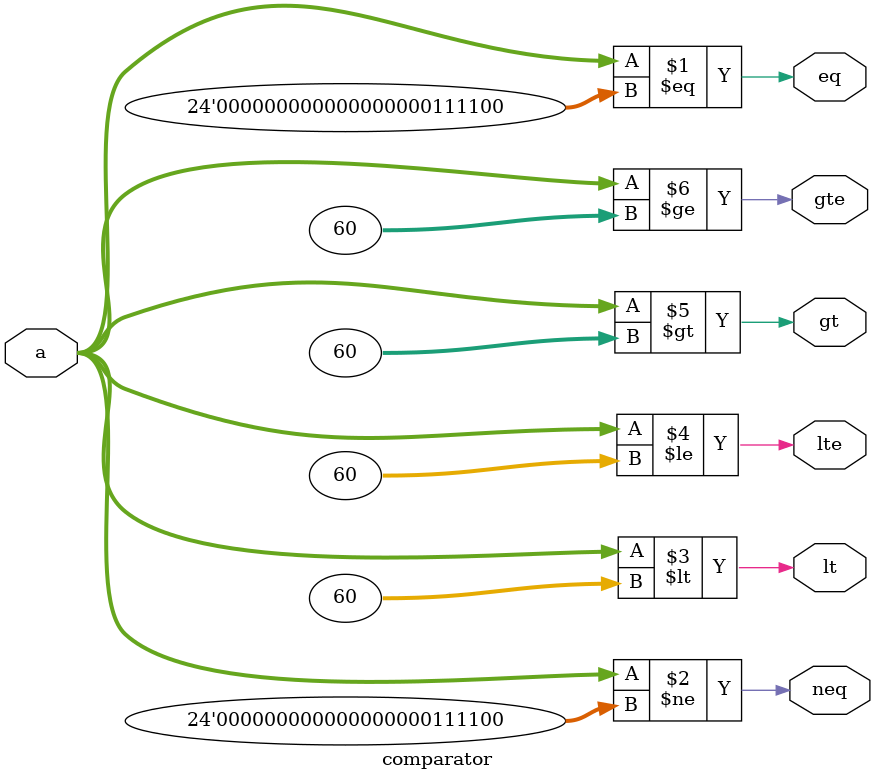
<source format=sv>
module comparator #(parameter N = 24, b = 60)
                   (input logic [N-1:0] a, 
                    output logic eq, neq, lt, lte, gt, gte);
  assign eq   = (a==b);
  assign neq = (a!=b);
  assign lt     = (a<b);
  assign lte   = (a<=b);
  assign gt    = (a>b);
  assign gte  = (a>=b);
endmodule

</source>
